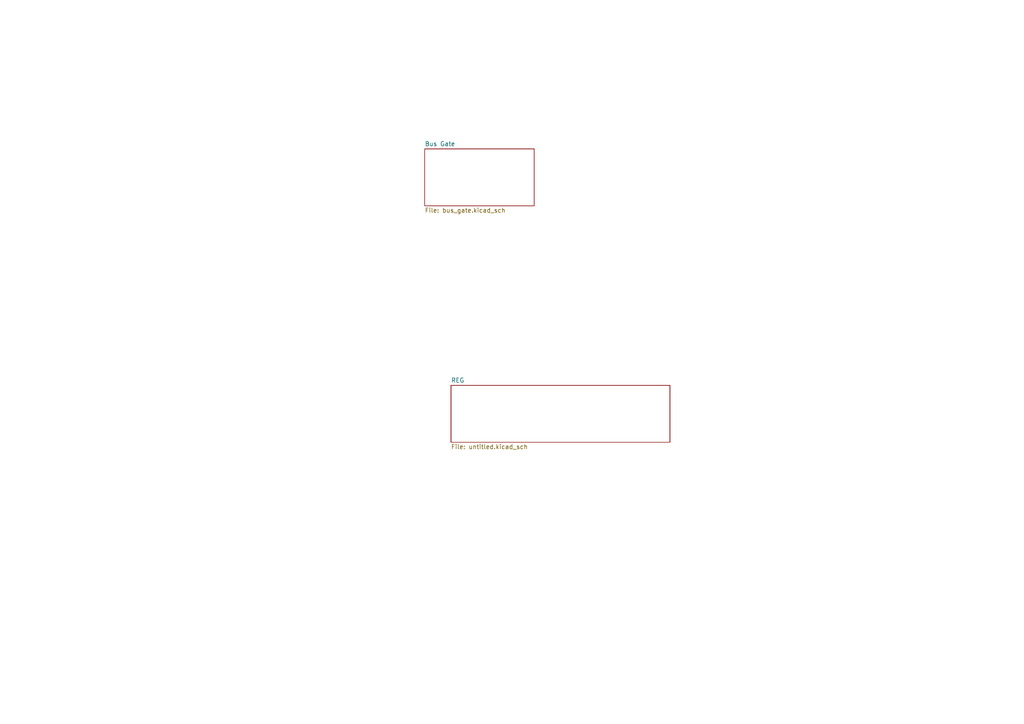
<source format=kicad_sch>
(kicad_sch
	(version 20250114)
	(generator "eeschema")
	(generator_version "9.0")
	(uuid "3c0aa024-4a21-4c9d-a92c-374638a8f52f")
	(paper "A4")
	(lib_symbols)
	(sheet
		(at 130.81 111.76)
		(size 63.5 16.51)
		(exclude_from_sim no)
		(in_bom yes)
		(on_board yes)
		(dnp no)
		(fields_autoplaced yes)
		(stroke
			(width 0.1524)
			(type solid)
		)
		(fill
			(color 0 0 0 0.0000)
		)
		(uuid "312bd808-b3b4-47bc-ab11-1cf5b579279a")
		(property "Sheetname" "REG"
			(at 130.81 111.0484 0)
			(effects
				(font
					(size 1.27 1.27)
				)
				(justify left bottom)
			)
		)
		(property "Sheetfile" "untitled.kicad_sch"
			(at 130.81 128.8546 0)
			(effects
				(font
					(size 1.27 1.27)
				)
				(justify left top)
			)
		)
		(instances
			(project "comp1"
				(path "/e9be598a-3531-4036-9661-1b60efe4f57e/2966b6a9-c6d2-47af-bd8d-04acb83100a9"
					(page "9")
				)
			)
		)
	)
	(sheet
		(at 123.19 43.18)
		(size 31.75 16.51)
		(exclude_from_sim no)
		(in_bom yes)
		(on_board yes)
		(dnp no)
		(fields_autoplaced yes)
		(stroke
			(width 0.1524)
			(type solid)
		)
		(fill
			(color 0 0 0 0.0000)
		)
		(uuid "cccd19ca-458b-4411-96f0-62c41db1f66a")
		(property "Sheetname" "Bus Gate"
			(at 123.19 42.4684 0)
			(effects
				(font
					(size 1.27 1.27)
				)
				(justify left bottom)
			)
		)
		(property "Sheetfile" "bus_gate.kicad_sch"
			(at 123.19 60.2746 0)
			(effects
				(font
					(size 1.27 1.27)
				)
				(justify left top)
			)
		)
		(instances
			(project "comp1"
				(path "/e9be598a-3531-4036-9661-1b60efe4f57e/2966b6a9-c6d2-47af-bd8d-04acb83100a9"
					(page "11")
				)
			)
		)
	)
)

</source>
